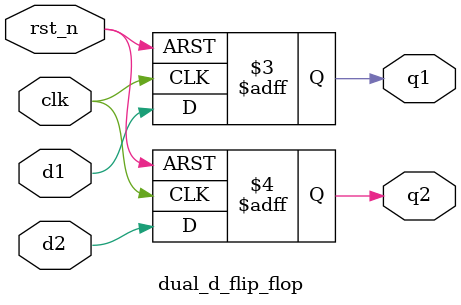
<source format=sv>
module dual_d_flip_flop (
    input wire clk,
    input wire rst_n,
    input wire d1,
    input wire d2,
    output reg q1,
    output reg q2
);
    always @(posedge clk or negedge rst_n) begin
        if (!rst_n) begin
            q1 <= 1'b0;
            q2 <= 1'b0;
        end
        else begin
            q1 <= d1;
            q2 <= d2;
        end
    end
endmodule
</source>
